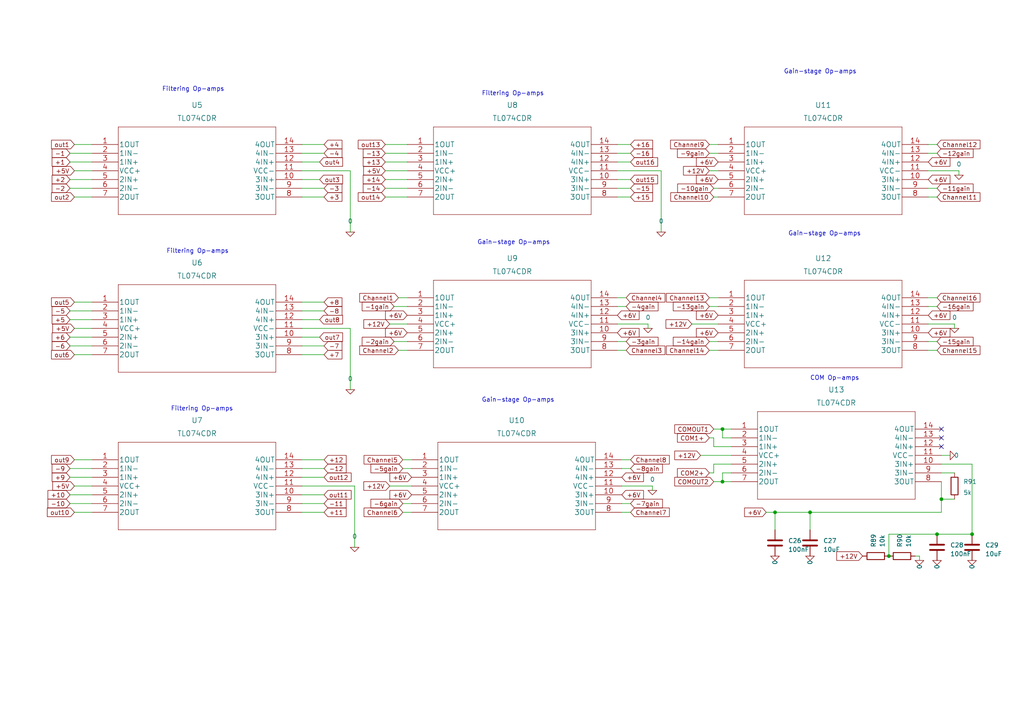
<source format=kicad_sch>
(kicad_sch (version 20230121) (generator eeschema)
  (paper "A4")
  (lib_symbols
    (symbol "2023-01-31_03-10-03:TL074CDR" (pin_names (offset 0.254))
      (property "Reference" "U" (at 30.48 10.16 0))
      (property "Value" "TL074CDR" (at 30.48 7.62 0))
      (symbol "TL074CDR_1_1"
        (polyline (pts (xy 7.62 -20.32) (xy 53.34 -20.32)) (stroke (width 0.127)))
        (polyline (pts (xy 7.62 5.08) (xy 7.62 -20.32)) (stroke (width 0.127)))
        (polyline (pts (xy 53.34 -20.32) (xy 53.34 5.08)) (stroke (width 0.127)))
        (polyline (pts (xy 53.34 5.08) (xy 7.62 5.08)) (stroke (width 0.127)))
        (pin output line (at 0 0 0) (length 7.62) (name "1OUT") (number "1"))
        (pin input line (at 60.96 -10.16 180) (length 7.62) (name "3IN+") (number "10"))
        (pin power_in line (at 60.96 -7.62 180) (length 7.62) (name "VCC-") (number "11"))
        (pin input line (at 60.96 -5.08 180) (length 7.62) (name "4IN+") (number "12"))
        (pin input line (at 60.96 -2.54 180) (length 7.62) (name "4IN-") (number "13"))
        (pin output line (at 60.96 0 180) (length 7.62) (name "4OUT") (number "14"))
        (pin input line (at 0 -2.54 0) (length 7.62) (name "1IN-") (number "2"))
        (pin input line (at 0 -5.08 0) (length 7.62) (name "1IN+") (number "3"))
        (pin power_in line (at 0 -7.62 0) (length 7.62) (name "VCC+") (number "4"))
        (pin input line (at 0 -10.16 0) (length 7.62) (name "2IN+") (number "5"))
        (pin input line (at 0 -12.7 0) (length 7.62) (name "2IN-") (number "6"))
        (pin output line (at 0 -15.24 0) (length 7.62) (name "2OUT") (number "7"))
        (pin output line (at 60.96 -15.24 180) (length 7.62) (name "3OUT") (number "8"))
        (pin input line (at 60.96 -12.7 180) (length 7.62) (name "3IN-") (number "9"))
      )
    )
    (symbol "Device:C" (pin_numbers hide) (pin_names (offset 0.254))
      (property "Reference" "C" (at 0.635 2.54 0))
      (property "Value" "C" (at 0.635 -2.54 0))
      (symbol "C_0_1"
        (polyline (pts (xy -2.032 -0.762) (xy 2.032 -0.762)) (stroke (width 0.508)))
        (polyline (pts (xy -2.032 0.762) (xy 2.032 0.762)) (stroke (width 0.508)))
      )
      (symbol "C_1_1"
        (pin passive line (at 0 3.81 270) (length 2.794) (name "~") (number "1"))
        (pin passive line (at 0 -3.81 90) (length 2.794) (name "~") (number "2"))
      )
    )
    (symbol "Device:R" (pin_numbers hide) (pin_names (offset 0))
      (property "Reference" "R" (at 2.032 0 90))
      (property "Value" "R" (at 0 0 90))
      (symbol "R_0_1"
        (rectangle (start -1.016 -2.54) (end 1.016 2.54) (stroke (width 0.254)))
      )
      (symbol "R_1_1"
        (pin passive line (at 0 3.81 270) (length 1.27) (name "~") (number "1"))
        (pin passive line (at 0 -3.81 90) (length 1.27) (name "~") (number "2"))
      )
    )
    (symbol "pspice:0" (power) (pin_names (offset 0))
      (property "Value" "0" (at 0 -1.778 0))
      (symbol "0_0_1"
        (polyline (pts (xy -1.27 0) (xy 0 -1.27) (xy 1.27 0) (xy -1.27 0)))
      )
      (symbol "0_1_1"
        (pin power_in line (at 0 0 0) (length 0) hide (name "0") (number "1"))
      )
    )
  )
  (junction (at 281.94 154.94))
  (junction (at 257.81 161.29))
  (junction (at 271.78 154.94))
  (junction (at 234.95 148.59))
  (junction (at 224.79 148.59))
  (junction (at 209.55 124.46))
  (junction (at 273.05 144.78))
  (junction (at 209.55 139.7))
  (no_connect (at 273.05 129.54))
  (no_connect (at 273.05 124.46))
  (no_connect (at 273.05 127))
  (wire (pts (xy 179.07 46.99) (xy 182.88 46.99)))
  (wire (pts (xy 93.98 54.61) (xy 87.63 54.61)))
  (wire (pts (xy 209.55 124.46) (xy 212.09 124.46)))
  (wire (pts (xy 205.74 137.16) (xy 207.01 137.16)))
  (wire (pts (xy 273.05 134.62) (xy 281.94 134.62)))
  (wire (pts (xy 207.01 124.46) (xy 209.55 124.46)))
  (wire (pts (xy 212.09 129.54) (xy 207.01 129.54)))
  (wire (pts (xy 21.59 49.53) (xy 26.67 49.53)))
  (wire (pts (xy 179.07 86.36) (xy 181.61 86.36)))
  (wire (pts (xy 179.07 88.9) (xy 181.61 88.9)))
  (wire (pts (xy 207.01 57.15) (xy 208.28 57.15)))
  (wire (pts (xy 205.74 44.45) (xy 208.28 44.45)))
  (wire (pts (xy 205.74 99.06) (xy 208.28 99.06)))
  (wire (pts (xy 269.24 54.61) (xy 271.78 54.61)))
  (wire (pts (xy 266.7 161.29) (xy 265.43 161.29)))
  (wire (pts (xy 111.76 49.53) (xy 118.11 49.53)))
  (wire (pts (xy 20.32 44.45) (xy 26.67 44.45)))
  (wire (pts (xy 179.07 52.07) (xy 182.88 52.07)))
  (wire (pts (xy 269.24 41.91) (xy 271.78 41.91)))
  (wire (pts (xy 207.01 134.62) (xy 207.01 137.16)))
  (wire (pts (xy 234.95 148.59) (xy 273.05 148.59)))
  (wire (pts (xy 21.59 95.25) (xy 26.67 95.25)))
  (wire (pts (xy 111.76 54.61) (xy 118.11 54.61)))
  (wire (pts (xy 111.76 57.15) (xy 118.11 57.15)))
  (wire (pts (xy 114.3 88.9) (xy 118.11 88.9)))
  (wire (pts (xy 269.24 99.06) (xy 271.78 99.06)))
  (wire (pts (xy 273.05 144.78) (xy 273.05 148.59)))
  (wire (pts (xy 222.25 148.59) (xy 224.79 148.59)))
  (wire (pts (xy 269.24 49.53) (xy 278.13 49.53)))
  (wire (pts (xy 87.63 148.59) (xy 93.98 148.59)))
  (wire (pts (xy 21.59 133.35) (xy 26.67 133.35)))
  (wire (pts (xy 187.96 95.25) (xy 187.96 93.98)))
  (wire (pts (xy 205.74 101.6) (xy 208.28 101.6)))
  (wire (pts (xy 93.98 44.45) (xy 87.63 44.45)))
  (wire (pts (xy 207.01 139.7) (xy 209.55 139.7)))
  (wire (pts (xy 271.78 154.94) (xy 257.81 154.94)))
  (wire (pts (xy 224.79 148.59) (xy 224.79 153.67)))
  (wire (pts (xy 205.74 41.91) (xy 208.28 41.91)))
  (wire (pts (xy 113.03 93.98) (xy 118.11 93.98)))
  (wire (pts (xy 180.34 140.97) (xy 189.23 140.97)))
  (wire (pts (xy 266.7 162.56) (xy 266.7 161.29)))
  (wire (pts (xy 111.76 52.07) (xy 118.11 52.07)))
  (wire (pts (xy 116.84 146.05) (xy 119.38 146.05)))
  (wire (pts (xy 87.63 138.43) (xy 93.98 138.43)))
  (wire (pts (xy 113.03 140.97) (xy 119.38 140.97)))
  (wire (pts (xy 269.24 93.98) (xy 276.86 93.98)))
  (wire (pts (xy 87.63 41.91) (xy 93.98 41.91)))
  (wire (pts (xy 205.74 127) (xy 207.01 127)))
  (wire (pts (xy 20.32 100.33) (xy 26.67 100.33)))
  (wire (pts (xy 116.84 133.35) (xy 119.38 133.35)))
  (wire (pts (xy 281.94 154.94) (xy 271.78 154.94)))
  (wire (pts (xy 269.24 88.9) (xy 271.78 88.9)))
  (wire (pts (xy 87.63 46.99) (xy 92.71 46.99)))
  (wire (pts (xy 111.76 46.99) (xy 118.11 46.99)))
  (wire (pts (xy 182.88 44.45) (xy 179.07 44.45)))
  (wire (pts (xy 20.32 46.99) (xy 26.67 46.99)))
  (wire (pts (xy 111.76 41.91) (xy 118.11 41.91)))
  (wire (pts (xy 207.01 54.61) (xy 208.28 54.61)))
  (wire (pts (xy 273.05 144.78) (xy 273.05 139.7)))
  (wire (pts (xy 20.32 138.43) (xy 26.67 138.43)))
  (wire (pts (xy 180.34 135.89) (xy 182.88 135.89)))
  (wire (pts (xy 87.63 52.07) (xy 92.71 52.07)))
  (wire (pts (xy 179.07 101.6) (xy 181.61 101.6)))
  (wire (pts (xy 115.57 101.6) (xy 118.11 101.6)))
  (wire (pts (xy 101.6 49.53) (xy 101.6 67.31)))
  (wire (pts (xy 21.59 102.87) (xy 26.67 102.87)))
  (wire (pts (xy 115.57 86.36) (xy 118.11 86.36)))
  (wire (pts (xy 87.63 143.51) (xy 93.98 143.51)))
  (wire (pts (xy 269.24 44.45) (xy 271.78 44.45)))
  (wire (pts (xy 191.77 49.53) (xy 191.77 67.31)))
  (wire (pts (xy 20.32 90.17) (xy 26.67 90.17)))
  (wire (pts (xy 234.95 148.59) (xy 234.95 153.67)))
  (wire (pts (xy 209.55 139.7) (xy 212.09 139.7)))
  (wire (pts (xy 20.32 97.79) (xy 26.67 97.79)))
  (wire (pts (xy 87.63 133.35) (xy 93.98 133.35)))
  (wire (pts (xy 20.32 92.71) (xy 26.67 92.71)))
  (wire (pts (xy 87.63 87.63) (xy 93.98 87.63)))
  (wire (pts (xy 278.13 50.8) (xy 278.13 49.53)))
  (wire (pts (xy 180.34 148.59) (xy 182.88 148.59)))
  (wire (pts (xy 102.87 140.97) (xy 102.87 158.75)))
  (wire (pts (xy 179.07 93.98) (xy 187.96 93.98)))
  (wire (pts (xy 21.59 140.97) (xy 26.67 140.97)))
  (wire (pts (xy 116.84 148.59) (xy 119.38 148.59)))
  (wire (pts (xy 87.63 49.53) (xy 101.6 49.53)))
  (wire (pts (xy 269.24 86.36) (xy 271.78 86.36)))
  (wire (pts (xy 20.32 143.51) (xy 26.67 143.51)))
  (wire (pts (xy 209.55 127) (xy 209.55 124.46)))
  (wire (pts (xy 179.07 99.06) (xy 181.61 99.06)))
  (wire (pts (xy 205.74 88.9) (xy 208.28 88.9)))
  (wire (pts (xy 116.84 135.89) (xy 119.38 135.89)))
  (wire (pts (xy 21.59 148.59) (xy 26.67 148.59)))
  (wire (pts (xy 87.63 57.15) (xy 93.98 57.15)))
  (wire (pts (xy 21.59 87.63) (xy 26.67 87.63)))
  (wire (pts (xy 111.76 44.45) (xy 118.11 44.45)))
  (wire (pts (xy 200.66 93.98) (xy 208.28 93.98)))
  (wire (pts (xy 87.63 140.97) (xy 102.87 140.97)))
  (wire (pts (xy 87.63 97.79) (xy 92.71 97.79)))
  (wire (pts (xy 212.09 134.62) (xy 207.01 134.62)))
  (wire (pts (xy 93.98 100.33) (xy 87.63 100.33)))
  (wire (pts (xy 207.01 129.54) (xy 207.01 127)))
  (wire (pts (xy 273.05 137.16) (xy 276.86 137.16)))
  (wire (pts (xy 93.98 135.89) (xy 87.63 135.89)))
  (wire (pts (xy 87.63 102.87) (xy 93.98 102.87)))
  (wire (pts (xy 182.88 54.61) (xy 179.07 54.61)))
  (wire (pts (xy 224.79 148.59) (xy 234.95 148.59)))
  (wire (pts (xy 87.63 95.25) (xy 101.6 95.25)))
  (wire (pts (xy 21.59 41.91) (xy 26.67 41.91)))
  (wire (pts (xy 281.94 134.62) (xy 281.94 154.94)))
  (wire (pts (xy 20.32 54.61) (xy 26.67 54.61)))
  (wire (pts (xy 93.98 90.17) (xy 87.63 90.17)))
  (wire (pts (xy 93.98 146.05) (xy 87.63 146.05)))
  (wire (pts (xy 269.24 57.15) (xy 271.78 57.15)))
  (wire (pts (xy 20.32 135.89) (xy 26.67 135.89)))
  (wire (pts (xy 276.86 144.78) (xy 273.05 144.78)))
  (wire (pts (xy 20.32 52.07) (xy 26.67 52.07)))
  (wire (pts (xy 276.86 95.25) (xy 276.86 93.98)))
  (wire (pts (xy 257.81 161.29) (xy 257.81 154.94)))
  (wire (pts (xy 205.74 49.53) (xy 208.28 49.53)))
  (wire (pts (xy 87.63 92.71) (xy 92.71 92.71)))
  (wire (pts (xy 209.55 137.16) (xy 209.55 139.7)))
  (wire (pts (xy 212.09 137.16) (xy 209.55 137.16)))
  (wire (pts (xy 212.09 127) (xy 209.55 127)))
  (wire (pts (xy 114.3 99.06) (xy 118.11 99.06)))
  (wire (pts (xy 101.6 95.25) (xy 101.6 113.03)))
  (wire (pts (xy 20.32 146.05) (xy 26.67 146.05)))
  (wire (pts (xy 203.2 132.08) (xy 212.09 132.08)))
  (wire (pts (xy 21.59 57.15) (xy 26.67 57.15)))
  (wire (pts (xy 275.59 132.08) (xy 273.05 132.08)))
  (wire (pts (xy 269.24 101.6) (xy 271.78 101.6)))
  (wire (pts (xy 179.07 49.53) (xy 191.77 49.53)))
  (wire (pts (xy 179.07 41.91) (xy 182.88 41.91)))
  (wire (pts (xy 179.07 57.15) (xy 182.88 57.15)))
  (wire (pts (xy 205.74 86.36) (xy 208.28 86.36)))
  (wire (pts (xy 180.34 146.05) (xy 182.88 146.05)))
  (wire (pts (xy 180.34 133.35) (xy 182.88 133.35)))
  (wire (pts (xy 189.23 142.24) (xy 189.23 140.97)))
  (text "Filtering Op-amps" (at 48.26 73.66 0) (effects (font (size 1.27 1.27)) (justify left bottom)))
  (text "Filtering Op-amps" (at 49.53 119.38 0) (effects (font (size 1.27 1.27)) (justify left bottom)))
  (text "Gain-stage Op-amps" (at 228.6 68.58 0) (effects (font (size 1.27 1.27)) (justify left bottom)))
  (text "Filtering Op-amps" (at 46.99 26.67 0) (effects (font (size 1.27 1.27)) (justify left bottom)))
  (text "Gain-stage Op-amps" (at 139.7 116.84 0) (effects (font (size 1.27 1.27)) (justify left bottom)))
  (text "Filtering Op-amps" (at 139.7 27.94 0) (effects (font (size 1.27 1.27)) (justify left bottom)))
  (text "Gain-stage Op-amps" (at 227.33 21.59 0) (effects (font (size 1.27 1.27)) (justify left bottom)))
  (text "Gain-stage Op-amps" (at 138.43 71.12 0) (effects (font (size 1.27 1.27)) (justify left bottom)))
  (text "COM Op-amps\n" (at 234.95 110.49 0) (effects (font (size 1.27 1.27)) (justify left bottom)))
  (global_label "out16" (shape input) (at 182.88 46.99 0) (property "Intersheetrefs" "${INTERSHEET_REFS}" (effects hide)))
  (global_label "+6V" (shape input) (at 179.07 96.52 0) (property "Intersheetrefs" "${INTERSHEET_REFS}" (effects hide)))
  (global_label "out7" (shape input) (at 92.71 97.79 0) (property "Intersheetrefs" "${INTERSHEET_REFS}" (effects hide)))
  (global_label "+15" (shape input) (at 182.88 57.15 0) (property "Intersheetrefs" "${INTERSHEET_REFS}" (effects hide)))
  (global_label "Channel3" (shape input) (at 181.61 101.6 0) (property "Intersheetrefs" "${INTERSHEET_REFS}" (effects hide)))
  (global_label "-13" (shape input) (at 111.76 44.45 180) (property "Intersheetrefs" "${INTERSHEET_REFS}" (effects hide)))
  (global_label "-4gain" (shape input) (at 181.61 88.9 0) (property "Intersheetrefs" "${INTERSHEET_REFS}" (effects hide)))
  (global_label "out13" (shape input) (at 111.76 41.91 180) (property "Intersheetrefs" "${INTERSHEET_REFS}" (effects hide)))
  (global_label "+12" (shape input) (at 93.98 133.35 0) (property "Intersheetrefs" "${INTERSHEET_REFS}" (effects hide)))
  (global_label "+6V" (shape input) (at 208.28 52.07 180) (property "Intersheetrefs" "${INTERSHEET_REFS}" (effects hide)))
  (global_label "Channel6" (shape input) (at 116.84 148.59 180) (property "Intersheetrefs" "${INTERSHEET_REFS}" (effects hide)))
  (global_label "-6gain" (shape input) (at 116.84 146.05 180) (property "Intersheetrefs" "${INTERSHEET_REFS}" (effects hide)))
  (global_label "+6V" (shape input) (at 118.11 96.52 180) (property "Intersheetrefs" "${INTERSHEET_REFS}" (effects hide)))
  (global_label "-16gain" (shape input) (at 271.78 88.9 0) (property "Intersheetrefs" "${INTERSHEET_REFS}" (effects hide)))
  (global_label "+5V" (shape input) (at 21.59 140.97 180) (property "Intersheetrefs" "${INTERSHEET_REFS}" (effects hide)))
  (global_label "+6V" (shape input) (at 208.28 91.44 180) (property "Intersheetrefs" "${INTERSHEET_REFS}" (effects hide)))
  (global_label "-11" (shape input) (at 93.98 146.05 0) (property "Intersheetrefs" "${INTERSHEET_REFS}" (effects hide)))
  (global_label "+6V" (shape input) (at 119.38 138.43 180) (property "Intersheetrefs" "${INTERSHEET_REFS}" (effects hide)))
  (global_label "+3" (shape input) (at 93.98 57.15 0) (property "Intersheetrefs" "${INTERSHEET_REFS}" (effects hide)))
  (global_label "+8" (shape input) (at 93.98 87.63 0) (property "Intersheetrefs" "${INTERSHEET_REFS}" (effects hide)))
  (global_label "COMOUT2" (shape input) (at 207.01 139.7 180) (property "Intersheetrefs" "${INTERSHEET_REFS}" (effects hide)))
  (global_label "out12" (shape input) (at 93.98 138.43 0) (property "Intersheetrefs" "${INTERSHEET_REFS}" (effects hide)))
  (global_label "-2" (shape input) (at 20.32 54.61 180) (property "Intersheetrefs" "${INTERSHEET_REFS}" (effects hide)))
  (global_label "+6V" (shape input) (at 269.24 46.99 0) (property "Intersheetrefs" "${INTERSHEET_REFS}" (effects hide)))
  (global_label "-5gain" (shape input) (at 116.84 135.89 180) (property "Intersheetrefs" "${INTERSHEET_REFS}" (effects hide)))
  (global_label "-3gain" (shape input) (at 181.61 99.06 0) (property "Intersheetrefs" "${INTERSHEET_REFS}" (effects hide)))
  (global_label "Channel7" (shape input) (at 182.88 148.59 0) (property "Intersheetrefs" "${INTERSHEET_REFS}" (effects hide)))
  (global_label "+6V" (shape input) (at 119.38 143.51 180) (property "Intersheetrefs" "${INTERSHEET_REFS}" (effects hide)))
  (global_label "out1" (shape input) (at 21.59 41.91 180) (property "Intersheetrefs" "${INTERSHEET_REFS}" (effects hide)))
  (global_label "out2" (shape input) (at 21.59 57.15 180) (property "Intersheetrefs" "${INTERSHEET_REFS}" (effects hide)))
  (global_label "-7gain" (shape input) (at 182.88 146.05 0) (property "Intersheetrefs" "${INTERSHEET_REFS}" (effects hide)))
  (global_label "-15gain" (shape input) (at 271.78 99.06 0) (property "Intersheetrefs" "${INTERSHEET_REFS}" (effects hide)))
  (global_label "+9" (shape input) (at 20.32 138.43 180) (property "Intersheetrefs" "${INTERSHEET_REFS}" (effects hide)))
  (global_label "out9" (shape input) (at 21.59 133.35 180) (property "Intersheetrefs" "${INTERSHEET_REFS}" (effects hide)))
  (global_label "out14" (shape input) (at 111.76 57.15 180) (property "Intersheetrefs" "${INTERSHEET_REFS}" (effects hide)))
  (global_label "+6V" (shape input) (at 269.24 96.52 0) (property "Intersheetrefs" "${INTERSHEET_REFS}" (effects hide)))
  (global_label "+6V" (shape input) (at 118.11 91.44 180) (property "Intersheetrefs" "${INTERSHEET_REFS}" (effects hide)))
  (global_label "-2gain" (shape input) (at 114.3 99.06 180) (property "Intersheetrefs" "${INTERSHEET_REFS}" (effects hide)))
  (global_label "+12V" (shape input) (at 250.19 161.29 180) (property "Intersheetrefs" "${INTERSHEET_REFS}" (effects hide)))
  (global_label "out8" (shape input) (at 92.71 92.71 0) (property "Intersheetrefs" "${INTERSHEET_REFS}" (effects hide)))
  (global_label "Channel2" (shape input) (at 115.57 101.6 180) (property "Intersheetrefs" "${INTERSHEET_REFS}" (effects hide)))
  (global_label "-14" (shape input) (at 111.76 54.61 180) (property "Intersheetrefs" "${INTERSHEET_REFS}" (effects hide)))
  (global_label "out15" (shape input) (at 182.88 52.07 0) (property "Intersheetrefs" "${INTERSHEET_REFS}" (effects hide)))
  (global_label "+14" (shape input) (at 111.76 52.07 180) (property "Intersheetrefs" "${INTERSHEET_REFS}" (effects hide)))
  (global_label "+7" (shape input) (at 93.98 102.87 0) (property "Intersheetrefs" "${INTERSHEET_REFS}" (effects hide)))
  (global_label "+12V" (shape input) (at 205.74 49.53 180) (property "Intersheetrefs" "${INTERSHEET_REFS}" (effects hide)))
  (global_label "-14gain" (shape input) (at 205.74 99.06 180) (property "Intersheetrefs" "${INTERSHEET_REFS}" (effects hide)))
  (global_label "Channel15" (shape input) (at 271.78 101.6 0) (property "Intersheetrefs" "${INTERSHEET_REFS}" (effects hide)))
  (global_label "+6" (shape input) (at 20.32 97.79 180) (property "Intersheetrefs" "${INTERSHEET_REFS}" (effects hide)))
  (global_label "out3" (shape input) (at 92.71 52.07 0) (property "Intersheetrefs" "${INTERSHEET_REFS}" (effects hide)))
  (global_label "Channel10" (shape input) (at 207.01 57.15 180) (property "Intersheetrefs" "${INTERSHEET_REFS}" (effects hide)))
  (global_label "+6V" (shape input) (at 222.25 148.59 180) (property "Intersheetrefs" "${INTERSHEET_REFS}" (effects hide)))
  (global_label "-12gain" (shape input) (at 271.78 44.45 0) (property "Intersheetrefs" "${INTERSHEET_REFS}" (effects hide)))
  (global_label "Channel9" (shape input) (at 205.74 41.91 180) (property "Intersheetrefs" "${INTERSHEET_REFS}" (effects hide)))
  (global_label "-9" (shape input) (at 20.32 135.89 180) (property "Intersheetrefs" "${INTERSHEET_REFS}" (effects hide)))
  (global_label "-3" (shape input) (at 93.98 54.61 0) (property "Intersheetrefs" "${INTERSHEET_REFS}" (effects hide)))
  (global_label "+1" (shape input) (at 20.32 46.99 180) (property "Intersheetrefs" "${INTERSHEET_REFS}" (effects hide)))
  (global_label "-15" (shape input) (at 182.88 54.61 0) (property "Intersheetrefs" "${INTERSHEET_REFS}" (effects hide)))
  (global_label "Channel11" (shape input) (at 271.78 57.15 0) (property "Intersheetrefs" "${INTERSHEET_REFS}" (effects hide)))
  (global_label "+6V" (shape input) (at 180.34 138.43 0) (property "Intersheetrefs" "${INTERSHEET_REFS}" (effects hide)))
  (global_label "+12V" (shape input) (at 203.2 132.08 180) (property "Intersheetrefs" "${INTERSHEET_REFS}" (effects hide)))
  (global_label "Channel16" (shape input) (at 271.78 86.36 0) (property "Intersheetrefs" "${INTERSHEET_REFS}" (effects hide)))
  (global_label "out6" (shape input) (at 21.59 102.87 180) (property "Intersheetrefs" "${INTERSHEET_REFS}" (effects hide)))
  (global_label "-11gain" (shape input) (at 271.78 54.61 0) (property "Intersheetrefs" "${INTERSHEET_REFS}" (effects hide)))
  (global_label "out11" (shape input) (at 93.98 143.51 0) (property "Intersheetrefs" "${INTERSHEET_REFS}" (effects hide)))
  (global_label "-9gain" (shape input) (at 205.74 44.45 180) (property "Intersheetrefs" "${INTERSHEET_REFS}" (effects hide)))
  (global_label "+4" (shape input) (at 93.98 41.91 0) (property "Intersheetrefs" "${INTERSHEET_REFS}" (effects hide)))
  (global_label "Channel12" (shape input) (at 271.78 41.91 0) (property "Intersheetrefs" "${INTERSHEET_REFS}" (effects hide)))
  (global_label "COMOUT1" (shape input) (at 207.01 124.46 180) (property "Intersheetrefs" "${INTERSHEET_REFS}" (effects hide)))
  (global_label "+2" (shape input) (at 20.32 52.07 180) (property "Intersheetrefs" "${INTERSHEET_REFS}" (effects hide)))
  (global_label "+6V" (shape input) (at 269.24 91.44 0) (property "Intersheetrefs" "${INTERSHEET_REFS}" (effects hide)))
  (global_label "-16" (shape input) (at 182.88 44.45 0) (property "Intersheetrefs" "${INTERSHEET_REFS}" (effects hide)))
  (global_label "COM1+" (shape input) (at 205.74 127 180) (property "Intersheetrefs" "${INTERSHEET_REFS}" (effects hide)))
  (global_label "+12V" (shape input) (at 113.03 93.98 180) (property "Intersheetrefs" "${INTERSHEET_REFS}" (effects hide)))
  (global_label "+6V" (shape input) (at 269.24 52.07 0) (property "Intersheetrefs" "${INTERSHEET_REFS}" (effects hide)))
  (global_label "Channel8" (shape input) (at 182.88 133.35 0) (property "Intersheetrefs" "${INTERSHEET_REFS}" (effects hide)))
  (global_label "+12V" (shape input) (at 113.03 140.97 180) (property "Intersheetrefs" "${INTERSHEET_REFS}" (effects hide)))
  (global_label "-1" (shape input) (at 20.32 44.45 180) (property "Intersheetrefs" "${INTERSHEET_REFS}" (effects hide)))
  (global_label "+10" (shape input) (at 20.32 143.51 180) (property "Intersheetrefs" "${INTERSHEET_REFS}" (effects hide)))
  (global_label "out5" (shape input) (at 21.59 87.63 180) (property "Intersheetrefs" "${INTERSHEET_REFS}" (effects hide)))
  (global_label "-4" (shape input) (at 93.98 44.45 0) (property "Intersheetrefs" "${INTERSHEET_REFS}" (effects hide)))
  (global_label "-1gain" (shape input) (at 114.3 88.9 180) (property "Intersheetrefs" "${INTERSHEET_REFS}" (effects hide)))
  (global_label "-7" (shape input) (at 93.98 100.33 0) (property "Intersheetrefs" "${INTERSHEET_REFS}" (effects hide)))
  (global_label "+5V" (shape input) (at 21.59 49.53 180) (property "Intersheetrefs" "${INTERSHEET_REFS}" (effects hide)))
  (global_label "COM2+" (shape input) (at 205.74 137.16 180) (property "Intersheetrefs" "${INTERSHEET_REFS}" (effects hide)))
  (global_label "-10" (shape input) (at 20.32 146.05 180) (property "Intersheetrefs" "${INTERSHEET_REFS}" (effects hide)))
  (global_label "+5V" (shape input) (at 111.76 49.53 180) (property "Intersheetrefs" "${INTERSHEET_REFS}" (effects hide)))
  (global_label "Channel1" (shape input) (at 115.57 86.36 180) (property "Intersheetrefs" "${INTERSHEET_REFS}" (effects hide)))
  (global_label "-5" (shape input) (at 20.32 90.17 180) (property "Intersheetrefs" "${INTERSHEET_REFS}" (effects hide)))
  (global_label "+6V" (shape input) (at 179.07 91.44 0) (property "Intersheetrefs" "${INTERSHEET_REFS}" (effects hide)))
  (global_label "+16" (shape input) (at 182.88 41.91 0) (property "Intersheetrefs" "${INTERSHEET_REFS}" (effects hide)))
  (global_label "Channel4" (shape input) (at 181.61 86.36 0) (property "Intersheetrefs" "${INTERSHEET_REFS}" (effects hide)))
  (global_label "out4" (shape input) (at 92.71 46.99 0) (property "Intersheetrefs" "${INTERSHEET_REFS}" (effects hide)))
  (global_label "Channel5" (shape input) (at 116.84 133.35 180) (property "Intersheetrefs" "${INTERSHEET_REFS}" (effects hide)))
  (global_label "+6V" (shape input) (at 208.28 46.99 180) (property "Intersheetrefs" "${INTERSHEET_REFS}" (effects hide)))
  (global_label "+6V" (shape input) (at 180.34 143.51 0) (property "Intersheetrefs" "${INTERSHEET_REFS}" (effects hide)))
  (global_label "out10" (shape input) (at 21.59 148.59 180) (property "Intersheetrefs" "${INTERSHEET_REFS}" (effects hide)))
  (global_label "-8gain" (shape input) (at 182.88 135.89 0) (property "Intersheetrefs" "${INTERSHEET_REFS}" (effects hide)))
  (global_label "-13gain" (shape input) (at 205.74 88.9 180) (property "Intersheetrefs" "${INTERSHEET_REFS}" (effects hide)))
  (global_label "+6V" (shape input) (at 208.28 96.52 180) (property "Intersheetrefs" "${INTERSHEET_REFS}" (effects hide)))
  (global_label "Channel14" (shape input) (at 205.74 101.6 180) (property "Intersheetrefs" "${INTERSHEET_REFS}" (effects hide)))
  (global_label "+11" (shape input) (at 93.98 148.59 0) (property "Intersheetrefs" "${INTERSHEET_REFS}" (effects hide)))
  (global_label "+5V" (shape input) (at 21.59 95.25 180) (property "Intersheetrefs" "${INTERSHEET_REFS}" (effects hide)))
  (global_label "+12V" (shape input) (at 200.66 93.98 180) (property "Intersheetrefs" "${INTERSHEET_REFS}" (effects hide)))
  (global_label "-12" (shape input) (at 93.98 135.89 0) (property "Intersheetrefs" "${INTERSHEET_REFS}" (effects hide)))
  (global_label "+5" (shape input) (at 20.32 92.71 180) (property "Intersheetrefs" "${INTERSHEET_REFS}" (effects hide)))
  (global_label "-6" (shape input) (at 20.32 100.33 180) (property "Intersheetrefs" "${INTERSHEET_REFS}" (effects hide)))
  (global_label "+13" (shape input) (at 111.76 46.99 180) (property "Intersheetrefs" "${INTERSHEET_REFS}" (effects hide)))
  (global_label "Channel13" (shape input) (at 205.74 86.36 180) (property "Intersheetrefs" "${INTERSHEET_REFS}" (effects hide)))
  (global_label "-8" (shape input) (at 93.98 90.17 0) (property "Intersheetrefs" "${INTERSHEET_REFS}" (effects hide)))
  (global_label "-10gain" (shape input) (at 207.01 54.61 180) (property "Intersheetrefs" "${INTERSHEET_REFS}" (effects hide)))
  (symbol (lib_id "2023-01-31_03-10-03:TL074CDR") (at 208.28 86.36 0) (unit 1)
    (property "Reference" "U12" (at 238.76 74.93 0) (effects (font (size 1.524 1.524))))
    (property "Value" "TL074CDR" (at 238.76 78.74 0) (effects (font (size 1.524 1.524))))
    (property "Footprint" "Package_SO:SOIC-14_3.9x8.7mm_P1.27mm" (effects hide))
  )
  (symbol (lib_id "pspice:0") (at 266.7 162.56 0) (unit 1)
    (property "Reference" "#GND052" (effects hide))
    (property "Value" "0" (at 266.7 165.1 90) (effects (justify left)))
  )
  (symbol (lib_id "Device:C") (at 224.79 157.48 0) (unit 1)
    (property "Reference" "C26" (at 228.6 156.845 0) (effects (justify left)))
    (property "Value" "100nF" (at 228.6 159.385 0) (effects (justify left)))
    (property "Footprint" "Capacitor_SMD:C_1206_3216Metric_Pad1.33x1.80mm_HandSolder" (effects hide))
  )
  (symbol (lib_id "pspice:0") (at 281.94 162.56 0) (unit 1)
    (property "Reference" "#GND057" (effects hide))
    (property "Value" "0" (at 281.94 165.1 90) (effects (justify left)))
  )
  (symbol (lib_id "pspice:0") (at 187.96 95.25 0) (unit 1)
    (property "Reference" "#GND047" (effects hide))
    (property "Value" "0" (at 187.96 92.075 0))
  )
  (symbol (lib_id "pspice:0") (at 276.86 95.25 0) (unit 1)
    (property "Reference" "#GND055" (effects hide))
    (property "Value" "0" (at 276.86 92.075 0))
  )
  (symbol (lib_id "pspice:0") (at 275.59 132.08 90) (unit 1)
    (property "Reference" "#GND054" (effects hide))
    (property "Value" "0" (at 278.13 132.08 90) (effects (justify left)))
  )
  (symbol (lib_id "pspice:0") (at 101.6 67.31 0) (unit 1)
    (property "Reference" "#GND044" (effects hide))
    (property "Value" "0" (at 101.6 64.135 0))
  )
  (symbol (lib_id "2023-01-31_03-10-03:TL074CDR") (at 26.67 87.63 0) (unit 1)
    (property "Reference" "U6" (at 57.15 76.2 0) (effects (font (size 1.524 1.524))))
    (property "Value" "TL074CDR" (at 57.15 80.01 0) (effects (font (size 1.524 1.524))))
    (property "Footprint" "Package_SO:SOIC-14_3.9x8.7mm_P1.27mm" (effects hide))
  )
  (symbol (lib_id "2023-01-31_03-10-03:TL074CDR") (at 212.09 124.46 0) (unit 1)
    (property "Reference" "U13" (at 242.57 113.03 0) (effects (font (size 1.524 1.524))))
    (property "Value" "TL074CDR" (at 242.57 116.84 0) (effects (font (size 1.524 1.524))))
    (property "Footprint" "Package_SO:SOIC-14_3.9x8.7mm_P1.27mm" (effects hide))
  )
  (symbol (lib_id "Device:C") (at 234.95 157.48 0) (unit 1)
    (property "Reference" "C27" (at 238.76 156.845 0) (effects (justify left)))
    (property "Value" "10uF" (at 238.76 159.385 0) (effects (justify left)))
    (property "Footprint" "Capacitor_SMD:CP_Elec_4x5.4" (effects hide))
  )
  (symbol (lib_id "pspice:0") (at 191.77 67.31 0) (unit 1)
    (property "Reference" "#GND049" (effects hide))
    (property "Value" "0" (at 191.77 64.135 0))
  )
  (symbol (lib_id "Device:R") (at 261.62 161.29 90) (unit 1)
    (property "Reference" "R90" (at 260.985 158.75 0) (effects (justify left)))
    (property "Value" "10k" (at 263.525 158.75 0) (effects (justify left)))
    (property "Footprint" "Resistor_SMD:R_1206_3216Metric" (effects hide))
  )
  (symbol (lib_id "2023-01-31_03-10-03:TL074CDR") (at 208.28 41.91 0) (unit 1)
    (property "Reference" "U11" (at 238.76 30.48 0) (effects (font (size 1.524 1.524))))
    (property "Value" "TL074CDR" (at 238.76 34.29 0) (effects (font (size 1.524 1.524))))
    (property "Footprint" "Package_SO:SOIC-14_3.9x8.7mm_P1.27mm" (effects hide))
  )
  (symbol (lib_id "pspice:0") (at 224.79 161.29 0) (unit 1)
    (property "Reference" "#GND050" (effects hide))
    (property "Value" "0" (at 224.79 163.83 90) (effects (justify left)))
  )
  (symbol (lib_id "2023-01-31_03-10-03:TL074CDR") (at 118.11 86.36 0) (unit 1)
    (property "Reference" "U9" (at 148.59 74.93 0) (effects (font (size 1.524 1.524))))
    (property "Value" "TL074CDR" (at 148.59 78.74 0) (effects (font (size 1.524 1.524))))
    (property "Footprint" "Package_SO:SOIC-14_3.9x8.7mm_P1.27mm" (effects hide))
  )
  (symbol (lib_id "2023-01-31_03-10-03:TL074CDR") (at 118.11 41.91 0) (unit 1)
    (property "Reference" "U8" (at 148.59 30.48 0) (effects (font (size 1.524 1.524))))
    (property "Value" "TL074CDR" (at 148.59 34.29 0) (effects (font (size 1.524 1.524))))
    (property "Footprint" "Package_SO:SOIC-14_3.9x8.7mm_P1.27mm" (effects hide))
  )
  (symbol (lib_id "Device:R") (at 276.86 140.97 0) (unit 1)
    (property "Reference" "R91" (at 279.4 139.7 0) (effects (justify left)))
    (property "Value" "5k" (at 279.4 142.875 0) (effects (justify left)))
    (property "Footprint" "Resistor_SMD:R_1206_3216Metric" (effects hide))
  )
  (symbol (lib_id "pspice:0") (at 101.6 113.03 0) (unit 1)
    (property "Reference" "#GND045" (effects hide))
    (property "Value" "0" (at 101.6 109.855 0))
  )
  (symbol (lib_id "2023-01-31_03-10-03:TL074CDR") (at 119.38 133.35 0) (unit 1)
    (property "Reference" "U10" (at 149.86 121.92 0) (effects (font (size 1.524 1.524))))
    (property "Value" "TL074CDR" (at 149.86 125.73 0) (effects (font (size 1.524 1.524))))
    (property "Footprint" "Package_SO:SOIC-14_3.9x8.7mm_P1.27mm" (effects hide))
  )
  (symbol (lib_id "pspice:0") (at 189.23 142.24 0) (unit 1)
    (property "Reference" "#GND048" (effects hide))
    (property "Value" "0" (at 189.23 139.065 0))
  )
  (symbol (lib_id "pspice:0") (at 271.78 162.56 0) (unit 1)
    (property "Reference" "#GND053" (effects hide))
    (property "Value" "0" (at 271.78 165.1 90) (effects (justify left)))
  )
  (symbol (lib_id "pspice:0") (at 234.95 161.29 0) (unit 1)
    (property "Reference" "#GND051" (effects hide))
    (property "Value" "0" (at 234.95 163.83 90) (effects (justify left)))
  )
  (symbol (lib_id "Device:C") (at 271.78 158.75 0) (unit 1)
    (property "Reference" "C28" (at 275.59 158.115 0) (effects (justify left)))
    (property "Value" "100nF" (at 275.59 160.655 0) (effects (justify left)))
    (property "Footprint" "Capacitor_SMD:C_1206_3216Metric_Pad1.33x1.80mm_HandSolder" (effects hide))
  )
  (symbol (lib_id "Device:R") (at 254 161.29 90) (unit 1)
    (property "Reference" "R89" (at 253.365 158.75 0) (effects (justify left)))
    (property "Value" "10k" (at 255.905 158.75 0) (effects (justify left)))
    (property "Footprint" "Resistor_SMD:R_1206_3216Metric" (effects hide))
  )
  (symbol (lib_id "2023-01-31_03-10-03:TL074CDR") (at 26.67 133.35 0) (unit 1)
    (property "Reference" "U7" (at 57.15 121.92 0) (effects (font (size 1.524 1.524))))
    (property "Value" "TL074CDR" (at 57.15 125.73 0) (effects (font (size 1.524 1.524))))
    (property "Footprint" "Package_SO:SOIC-14_3.9x8.7mm_P1.27mm" (effects hide))
  )
  (symbol (lib_id "pspice:0") (at 102.87 158.75 0) (unit 1)
    (property "Reference" "#GND046" (effects hide))
    (property "Value" "0" (at 102.87 155.575 0))
  )
  (symbol (lib_id "2023-01-31_03-10-03:TL074CDR") (at 26.67 41.91 0) (unit 1)
    (property "Reference" "U5" (at 57.15 30.48 0) (effects (font (size 1.524 1.524))))
    (property "Value" "TL074CDR" (at 57.15 34.29 0) (effects (font (size 1.524 1.524))))
    (property "Footprint" "Package_SO:SOIC-14_3.9x8.7mm_P1.27mm" (effects hide))
  )
  (symbol (lib_id "Device:C") (at 281.94 158.75 0) (unit 1)
    (property "Reference" "C29" (at 285.75 158.115 0) (effects (justify left)))
    (property "Value" "10uF" (at 285.75 160.655 0) (effects (justify left)))
    (property "Footprint" "Capacitor_SMD:CP_Elec_4x5.4" (effects hide))
  )
  (symbol (lib_id "pspice:0") (at 278.13 50.8 0) (unit 1)
    (property "Reference" "#GND056" (effects hide))
    (property "Value" "0" (at 278.13 47.625 0))
  )
)
</source>
